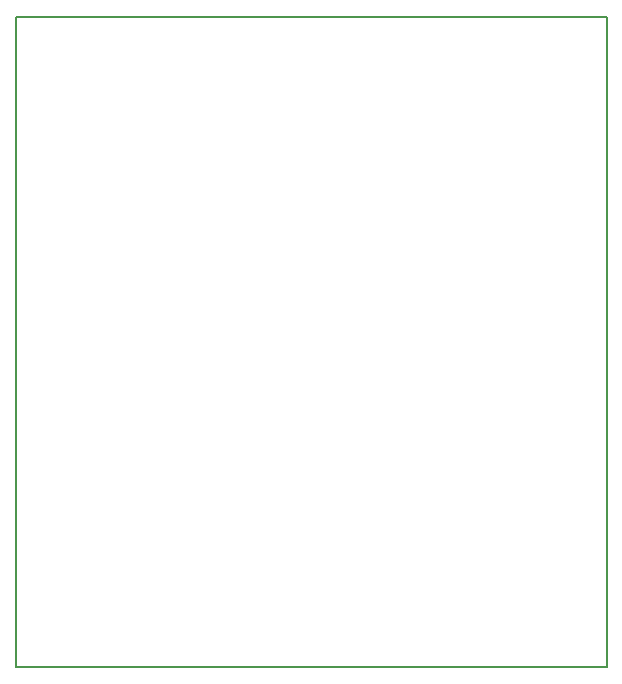
<source format=gm1>
%TF.GenerationSoftware,KiCad,Pcbnew,9.0.7*%
%TF.CreationDate,2026-02-24T20:15:18+00:00*%
%TF.ProjectId,AD5M,4144354d-2e6b-4696-9361-645f70636258,rev?*%
%TF.SameCoordinates,Original*%
%TF.FileFunction,Profile,NP*%
%FSLAX46Y46*%
G04 Gerber Fmt 4.6, Leading zero omitted, Abs format (unit mm)*
G04 Created by KiCad (PCBNEW 9.0.7) date 2026-02-24 20:15:18*
%MOMM*%
%LPD*%
G01*
G04 APERTURE LIST*
%TA.AperFunction,Profile*%
%ADD10C,0.200000*%
%TD*%
G04 APERTURE END LIST*
D10*
X148950000Y-42250000D02*
X198950000Y-42250000D01*
X198950000Y-97250000D01*
X148950000Y-97250000D01*
X148950000Y-42250000D01*
M02*

</source>
